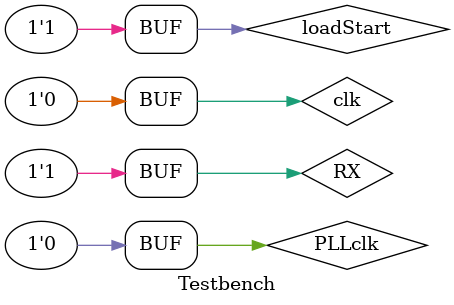
<source format=sv>

module Testbench();

	
	
	//instantiate devices to be tested.  Testcases for:
	/*
		controller
		receiveMSG
		executeCommand
		sendAck
		VehicleControl
	*/
	
	
	/*
	//TEST: Controller
	//standalone module verified 11/21 @16:38
	//logic needed
	logic clk;
	logic loadComplete,loadStart;
	logic executeComplete,executeStart;
	logic ackSent,ackStart;
	controller dut(clk,loadComplete,executeComplete,ackSent,loadStart,executeStart,ackStart);
	initial
		begin
			loadComplete=0;
			executeComplete =1;
			ackSent=0;
		end
	
	always
		begin
			clk <=1; #50; clk <=0; #50;
		end
	
	always
		begin
			#100;
			ackSent<=0;
			#900;
			loadComplete <=1; #100; loadComplete<=0;
			executeComplete <=0;
			#1000;
			executeComplete <=1;
			#1000;
			ackSent<=1;
		end
*/	

	//TEST: receiveMSG
	//standalone module verified: 11/21 @23:07
	//logic needed:
	logic clk,PLLclk;
	logic RX;
	logic loadStart;
	logic[7:0] lmotor,rmotor,dur;
	logic loadComplete;
	receiveMSG dut(clk,PLLclk,RX,loadStart,lmotor,rmotor,dur,loadComplete);
	//chars: 0x95, 0xB6, 0x35
	always
		begin
			clk <=1; #50; clk <=0; #50;
		end

	always
		begin
			PLLclk <=1; #1100; PLLclk <=0; #1100;
		end
				  
	initial
		begin
			RX=1;
		end
		
	always
		begin
			#100;
			loadStart=0;
			#100
			loadStart=1;
			#1000;
			RX=0; //start
			#17600;
			RX=1; //1
			#17600;
			RX=0; //2
			#17600;
			RX=0; //3
			#17600;
			RX=1; //4
			#17600;
			RX=0; //5
			#17600;
			RX=1; //6
			#17600;
			RX=0; //7
			#17600;
			RX=1; //8
			#17600;
			RX=1; //stop
			#17600;
			#17600;
			
			#100000;
			RX=0; //start
			#17600;
			RX=1; //1
			#17600;
			RX=0; //2
			#17600;
			RX=1; //3
			#17600;
			RX=1; //4
			#17600;
			RX=0; //5
			#17600;
			RX=1; //6
			#17600;
			RX=1; //7
			#17600;
			RX=0; //8
			#17600;
			RX=1; //stop
			#17600;
			#17600;
			
			#100000;
			RX=0; //start
			#17600;
			RX=0; //1
			#17600;
			RX=0; //2
			#17600;
			RX=1; //3
			#17600;
			RX=1; //4
			#17600;
			RX=0; //5
			#17600;
			RX=1; //6
			#17600;
			RX=0; //7
			#17600;
			RX=1; //8
			#17600;
			RX=1; //stop
			#17600;
			#17600;
			#100000;
		end
endmodule

</source>
